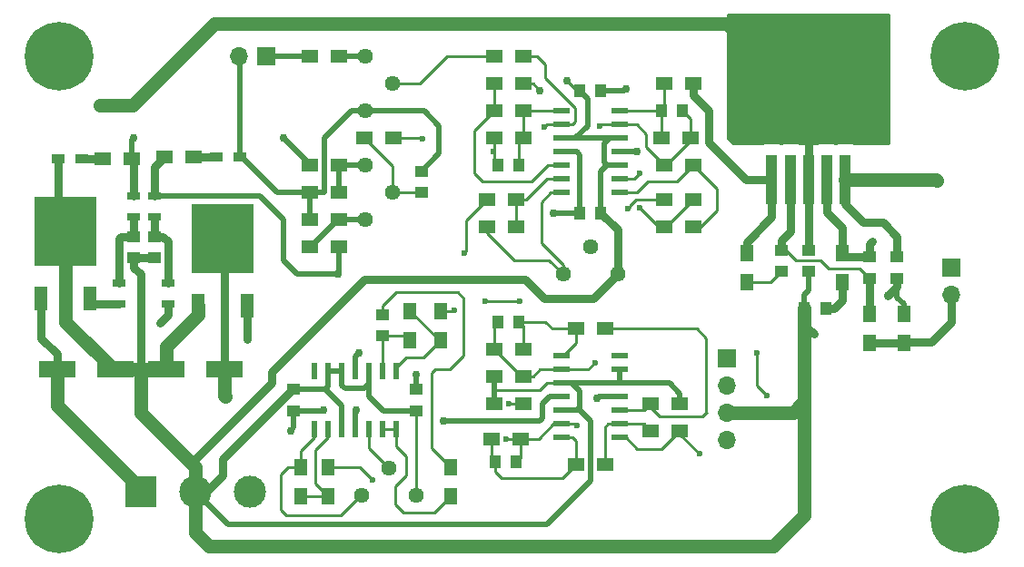
<source format=gbr>
G04 #@! TF.FileFunction,Copper,L1,Top,Signal*
%FSLAX46Y46*%
G04 Gerber Fmt 4.6, Leading zero omitted, Abs format (unit mm)*
G04 Created by KiCad (PCBNEW 4.0.6) date 07/14/17 14:36:20*
%MOMM*%
%LPD*%
G01*
G04 APERTURE LIST*
%ADD10C,0.100000*%
%ADD11R,1.100000X4.600000*%
%ADD12R,10.800000X9.400000*%
%ADD13R,5.250000X4.550000*%
%ADD14R,1.500000X1.300000*%
%ADD15C,6.400000*%
%ADD16R,1.250000X1.000000*%
%ADD17R,1.000000X1.250000*%
%ADD18R,1.200000X0.900000*%
%ADD19R,3.000000X3.000000*%
%ADD20C,3.000000*%
%ADD21R,1.700000X1.700000*%
%ADD22O,1.700000X1.700000*%
%ADD23R,1.300000X1.500000*%
%ADD24C,1.440000*%
%ADD25R,1.500000X0.600000*%
%ADD26R,0.600000X1.500000*%
%ADD27R,1.200000X2.200000*%
%ADD28R,5.800000X6.400000*%
%ADD29R,2.750000X3.050000*%
%ADD30R,1.300000X0.700000*%
%ADD31R,3.500000X1.600000*%
%ADD32C,0.762000*%
%ADD33C,0.600000*%
%ADD34C,1.270000*%
%ADD35C,0.762000*%
%ADD36C,0.254000*%
%ADD37C,0.508000*%
%ADD38C,0.250000*%
G04 APERTURE END LIST*
D10*
D11*
X99470000Y-36890000D03*
X101170000Y-36890000D03*
X102870000Y-36890000D03*
X104570000Y-36890000D03*
X106270000Y-36890000D03*
D12*
X102870000Y-27740000D03*
D13*
X105645000Y-25315000D03*
X100095000Y-30165000D03*
X100095000Y-25315000D03*
X105645000Y-30165000D03*
D14*
X92155000Y-27940000D03*
X89455000Y-27940000D03*
D15*
X117475000Y-25400000D03*
X117475000Y-68580000D03*
X33020000Y-68580000D03*
D16*
X66802000Y-38084000D03*
X66802000Y-36084000D03*
D17*
X75930000Y-50165000D03*
X73930000Y-50165000D03*
X73676000Y-63246000D03*
X75676000Y-63246000D03*
D16*
X40005000Y-42180000D03*
X40005000Y-44180000D03*
X41910000Y-44180000D03*
X41910000Y-42180000D03*
D17*
X75930000Y-35560000D03*
X73930000Y-35560000D03*
X81550000Y-40005000D03*
X83550000Y-40005000D03*
X81550000Y-28575000D03*
X83550000Y-28575000D03*
D16*
X54927500Y-58467500D03*
X54927500Y-56467500D03*
X66357500Y-58467500D03*
X66357500Y-56467500D03*
X63182500Y-51482500D03*
X63182500Y-49482500D03*
D17*
X89170000Y-30480000D03*
X91170000Y-30480000D03*
D16*
X100330000Y-45450000D03*
X100330000Y-43450000D03*
X108585000Y-44085000D03*
X108585000Y-46085000D03*
X111125000Y-46085000D03*
X111125000Y-44085000D03*
X102870000Y-45450000D03*
X102870000Y-43450000D03*
D17*
X104505000Y-48895000D03*
X102505000Y-48895000D03*
D18*
X32936000Y-34925000D03*
X35136000Y-34925000D03*
X47668000Y-34798000D03*
X49868000Y-34798000D03*
D19*
X40640000Y-66040000D03*
D20*
X45720000Y-66040000D03*
X50800000Y-66040000D03*
D21*
X52324000Y-25400000D03*
D22*
X49784000Y-25400000D03*
D21*
X95300800Y-53543200D03*
D22*
X95300800Y-56083200D03*
X95300800Y-58623200D03*
X95300800Y-61163200D03*
D21*
X116205000Y-45085000D03*
D22*
X116205000Y-47625000D03*
D14*
X59135000Y-35560000D03*
X56435000Y-35560000D03*
X56435000Y-43180000D03*
X59135000Y-43180000D03*
X59135000Y-38100000D03*
X56435000Y-38100000D03*
X56435000Y-40640000D03*
X59135000Y-40640000D03*
X59135000Y-25400000D03*
X56435000Y-25400000D03*
X76280000Y-55245000D03*
X73580000Y-55245000D03*
X73580000Y-57785000D03*
X76280000Y-57785000D03*
X76280000Y-25400000D03*
X73580000Y-25400000D03*
X64215000Y-33020000D03*
X61515000Y-33020000D03*
X76280000Y-52705000D03*
X73580000Y-52705000D03*
X73326000Y-61087000D03*
X76026000Y-61087000D03*
X76280000Y-33020000D03*
X73580000Y-33020000D03*
X83900000Y-50800000D03*
X81200000Y-50800000D03*
X88185000Y-57785000D03*
X90885000Y-57785000D03*
X83900000Y-63500000D03*
X81200000Y-63500000D03*
X73580000Y-30480000D03*
X76280000Y-30480000D03*
X73580000Y-27940000D03*
X76280000Y-27940000D03*
X90885000Y-60325000D03*
X88185000Y-60325000D03*
D23*
X58102500Y-66437500D03*
X58102500Y-63737500D03*
D14*
X75645000Y-38735000D03*
X72945000Y-38735000D03*
X72945000Y-41275000D03*
X75645000Y-41275000D03*
D23*
X55562500Y-63737500D03*
X55562500Y-66437500D03*
D14*
X92155000Y-38735000D03*
X89455000Y-38735000D03*
D23*
X69532500Y-63737500D03*
X69532500Y-66437500D03*
D14*
X92155000Y-41275000D03*
X89455000Y-41275000D03*
X89455000Y-35560000D03*
X92155000Y-35560000D03*
D23*
X65722500Y-49132500D03*
X65722500Y-51832500D03*
X68580000Y-49196000D03*
X68580000Y-51896000D03*
D14*
X89201000Y-33020000D03*
X91901000Y-33020000D03*
D23*
X97155000Y-43735000D03*
X97155000Y-46435000D03*
X106045000Y-43735000D03*
X106045000Y-46435000D03*
X111760000Y-49450000D03*
X111760000Y-52150000D03*
X108585000Y-52150000D03*
X108585000Y-49450000D03*
D14*
X37131000Y-34925000D03*
X39831000Y-34925000D03*
X45546000Y-34798000D03*
X42846000Y-34798000D03*
D24*
X61595000Y-25400000D03*
X64135000Y-27940000D03*
X61595000Y-30480000D03*
X61595000Y-35560000D03*
X64135000Y-38100000D03*
X61595000Y-40640000D03*
X61277500Y-66357500D03*
X63817500Y-63817500D03*
X66357500Y-66357500D03*
X80010000Y-45720000D03*
X82550000Y-43180000D03*
X85090000Y-45720000D03*
D25*
X79850000Y-30480000D03*
X79850000Y-31750000D03*
X79850000Y-33020000D03*
X79850000Y-34290000D03*
X79850000Y-35560000D03*
X79850000Y-36830000D03*
X79850000Y-38100000D03*
X85250000Y-38100000D03*
X85250000Y-36830000D03*
X85250000Y-35560000D03*
X85250000Y-34290000D03*
X85250000Y-33020000D03*
X85250000Y-31750000D03*
X85250000Y-30480000D03*
X79850000Y-53340000D03*
X79850000Y-54610000D03*
X79850000Y-55880000D03*
X79850000Y-57150000D03*
X79850000Y-58420000D03*
X79850000Y-59690000D03*
X79850000Y-60960000D03*
X85250000Y-60960000D03*
X85250000Y-59690000D03*
X85250000Y-58420000D03*
X85250000Y-57150000D03*
X85250000Y-55880000D03*
X85250000Y-54610000D03*
X85250000Y-53340000D03*
D26*
X56832500Y-60167500D03*
X58102500Y-60167500D03*
X59372500Y-60167500D03*
X60642500Y-60167500D03*
X61912500Y-60167500D03*
X63182500Y-60167500D03*
X64452500Y-60167500D03*
X64452500Y-54767500D03*
X63182500Y-54767500D03*
X61912500Y-54767500D03*
X60642500Y-54767500D03*
X59372500Y-54767500D03*
X58102500Y-54767500D03*
X56832500Y-54767500D03*
D27*
X31375000Y-48015000D03*
X35935000Y-48015000D03*
D28*
X33655000Y-41715000D03*
D29*
X35180000Y-40040000D03*
X32130000Y-43390000D03*
X32130000Y-40040000D03*
X35180000Y-43390000D03*
D27*
X45980000Y-48650000D03*
X50540000Y-48650000D03*
D28*
X48260000Y-42350000D03*
D29*
X49785000Y-40675000D03*
X46735000Y-44025000D03*
X46735000Y-40675000D03*
X49785000Y-44025000D03*
D30*
X38608000Y-48448000D03*
X38608000Y-46548000D03*
X43180000Y-48448000D03*
X43180000Y-46548000D03*
X40005000Y-40320000D03*
X40005000Y-38420000D03*
X41910000Y-40320000D03*
X41910000Y-38420000D03*
D31*
X32860000Y-54610000D03*
X38260000Y-54610000D03*
X43020000Y-54610000D03*
X48420000Y-54610000D03*
D15*
X33020000Y-25400000D03*
D32*
X114858800Y-36982400D03*
X80391000Y-27686000D03*
X77851000Y-28575000D03*
X110236000Y-47752000D03*
X103378000Y-51308000D03*
X106680000Y-25400000D03*
X105410000Y-25400000D03*
X104140000Y-25400000D03*
X102870000Y-25400000D03*
X101600000Y-25400000D03*
X100330000Y-25400000D03*
X99060000Y-25400000D03*
X106680000Y-26670000D03*
X105410000Y-26670000D03*
X104140000Y-26670000D03*
X102870000Y-26670000D03*
X101600000Y-26670000D03*
X100330000Y-26670000D03*
X99060000Y-26670000D03*
X106680000Y-27940000D03*
X105410000Y-27940000D03*
X104140000Y-27940000D03*
X102870000Y-27940000D03*
X101600000Y-27940000D03*
X100330000Y-27940000D03*
X99060000Y-27940000D03*
X106680000Y-31750000D03*
X106680000Y-30480000D03*
X106680000Y-29210000D03*
X105410000Y-31750000D03*
X105410000Y-30480000D03*
X105410000Y-29210000D03*
X104140000Y-31750000D03*
X104140000Y-30480000D03*
X104140000Y-29210000D03*
X102870000Y-31750000D03*
X102870000Y-30480000D03*
X102870000Y-29210000D03*
X101600000Y-31750000D03*
X101600000Y-30480000D03*
X101600000Y-29210000D03*
X100330000Y-31750000D03*
X100330000Y-30480000D03*
X100330000Y-29210000D03*
X99060000Y-31750000D03*
X99060000Y-30480000D03*
X99060000Y-29210000D03*
X36880800Y-29972000D03*
X48514000Y-57150000D03*
D33*
X83007200Y-53949600D03*
X81280000Y-59791600D03*
X74726800Y-61112400D03*
X74930000Y-57759600D03*
X66903600Y-33070800D03*
X73533000Y-34290000D03*
X78232000Y-32004000D03*
D32*
X79121000Y-40005000D03*
X68834000Y-59436000D03*
X54610000Y-60325000D03*
X53975000Y-33020000D03*
X40005000Y-33020000D03*
X57658000Y-58420000D03*
X60706000Y-58420000D03*
X83185000Y-57277000D03*
X59055000Y-45720000D03*
X85852000Y-28448000D03*
X86868000Y-34290000D03*
X66294000Y-55118000D03*
X60960000Y-53086000D03*
D33*
X69900800Y-49072800D03*
X83413600Y-31902400D03*
X108864400Y-42621200D03*
X70815200Y-43738800D03*
X72745600Y-48260000D03*
X75996800Y-48260000D03*
X98094800Y-53086000D03*
X99009200Y-56997600D03*
X92710000Y-62484000D03*
X62280800Y-64922400D03*
X87122000Y-39497000D03*
X87122000Y-36322000D03*
X86055200Y-39624000D03*
X50546000Y-51816000D03*
X42418000Y-50292000D03*
D34*
X114766400Y-36890000D02*
X106270000Y-36890000D01*
X114858800Y-36982400D02*
X114766400Y-36890000D01*
D35*
X106270000Y-36890000D02*
X106270000Y-39163200D01*
X106270000Y-39163200D02*
X108000800Y-40894000D01*
X108000800Y-40894000D02*
X109829600Y-40894000D01*
X109829600Y-40894000D02*
X111125000Y-42189400D01*
X111125000Y-42189400D02*
X111125000Y-44085000D01*
D34*
X40640000Y-66040000D02*
X40640000Y-65786000D01*
X40640000Y-65786000D02*
X32860000Y-58006000D01*
X32860000Y-58006000D02*
X32860000Y-54610000D01*
D35*
X32860000Y-54610000D02*
X32860000Y-53180000D01*
X31375000Y-51695000D02*
X31375000Y-48015000D01*
X32860000Y-53180000D02*
X31375000Y-51695000D01*
D36*
X40640000Y-66040000D02*
X40132000Y-66040000D01*
D37*
X61595000Y-30480000D02*
X67056000Y-30480000D01*
X68453000Y-34433000D02*
X66802000Y-36084000D01*
X68453000Y-31877000D02*
X68453000Y-34433000D01*
X67056000Y-30480000D02*
X68453000Y-31877000D01*
D36*
X66357500Y-66357500D02*
X66357500Y-58467500D01*
D34*
X95300800Y-58623200D02*
X101447600Y-58623200D01*
X101447600Y-58623200D02*
X102505000Y-57565800D01*
D35*
X32936000Y-34925000D02*
X32936000Y-40996000D01*
X32936000Y-40996000D02*
X33655000Y-41715000D01*
D36*
X76280000Y-27940000D02*
X77216000Y-27940000D01*
X80391000Y-27686000D02*
X81280000Y-28575000D01*
X77216000Y-27940000D02*
X77851000Y-28575000D01*
X81280000Y-28575000D02*
X81550000Y-28575000D01*
D37*
X79850000Y-33020000D02*
X81153000Y-33020000D01*
X82296000Y-29321000D02*
X81550000Y-28575000D01*
X82296000Y-31877000D02*
X82296000Y-29321000D01*
X81153000Y-33020000D02*
X82296000Y-31877000D01*
D36*
X73580000Y-56515000D02*
X77851000Y-56515000D01*
X78486000Y-55880000D02*
X79850000Y-55880000D01*
X77851000Y-56515000D02*
X78486000Y-55880000D01*
D37*
X49868000Y-34798000D02*
X49868000Y-25484000D01*
X49868000Y-25484000D02*
X49784000Y-25400000D01*
X56435000Y-38100000D02*
X57785000Y-38100000D01*
X60325000Y-30480000D02*
X61595000Y-30480000D01*
X57785000Y-33020000D02*
X60325000Y-30480000D01*
X57785000Y-38100000D02*
X57785000Y-33020000D01*
X49868000Y-34798000D02*
X50038000Y-34798000D01*
X50038000Y-34798000D02*
X53340000Y-38100000D01*
X53340000Y-38100000D02*
X56435000Y-38100000D01*
X56435000Y-38100000D02*
X56435000Y-40640000D01*
D34*
X45720000Y-66040000D02*
X45720000Y-69850000D01*
X102505000Y-68183000D02*
X102505000Y-57565800D01*
X102505000Y-57565800D02*
X102505000Y-48895000D01*
X99568000Y-71120000D02*
X102505000Y-68183000D01*
X46990000Y-71120000D02*
X99568000Y-71120000D01*
X45720000Y-69850000D02*
X46990000Y-71120000D01*
D35*
X111125000Y-46085000D02*
X111125000Y-46863000D01*
X111125000Y-46863000D02*
X110236000Y-47752000D01*
X103378000Y-51308000D02*
X102505000Y-50435000D01*
X102505000Y-50435000D02*
X102505000Y-48895000D01*
X45720000Y-66040000D02*
X45720000Y-62992000D01*
X82804000Y-48006000D02*
X85090000Y-45720000D01*
X78232000Y-48006000D02*
X82804000Y-48006000D01*
X76454000Y-46228000D02*
X78232000Y-48006000D01*
X61468000Y-46228000D02*
X76454000Y-46228000D01*
X52832000Y-54864000D02*
X61468000Y-46228000D01*
X52832000Y-55880000D02*
X52832000Y-54864000D01*
X45720000Y-62992000D02*
X52832000Y-55880000D01*
X85090000Y-45720000D02*
X85090000Y-41545000D01*
X85090000Y-41545000D02*
X83550000Y-40005000D01*
X54927500Y-56467500D02*
X54784500Y-56467500D01*
X54784500Y-56467500D02*
X48260000Y-62992000D01*
X48260000Y-64516000D02*
X46736000Y-66040000D01*
X48260000Y-62992000D02*
X48260000Y-64516000D01*
X46736000Y-66040000D02*
X45720000Y-66040000D01*
D37*
X79850000Y-58420000D02*
X81534000Y-58420000D01*
X48768000Y-69088000D02*
X45720000Y-66040000D01*
X78486000Y-69088000D02*
X48768000Y-69088000D01*
X82550000Y-65024000D02*
X78486000Y-69088000D01*
X82550000Y-59436000D02*
X82550000Y-65024000D01*
X81534000Y-58420000D02*
X82550000Y-59436000D01*
X66357500Y-58467500D02*
X63293500Y-58467500D01*
X61912500Y-57086500D02*
X61912500Y-54767500D01*
X63293500Y-58467500D02*
X61912500Y-57086500D01*
X111760000Y-49450000D02*
X111760000Y-48514000D01*
X111125000Y-47879000D02*
X111125000Y-46085000D01*
X111760000Y-48514000D02*
X111125000Y-47879000D01*
X102505000Y-48895000D02*
X102505000Y-47609000D01*
X102870000Y-47244000D02*
X102870000Y-45450000D01*
X102505000Y-47609000D02*
X102870000Y-47244000D01*
X83550000Y-40005000D02*
X83550000Y-36084000D01*
X83550000Y-36084000D02*
X84074000Y-35560000D01*
X85250000Y-35560000D02*
X84074000Y-35560000D01*
X84328000Y-33020000D02*
X85250000Y-33020000D01*
X83820000Y-33528000D02*
X84328000Y-33020000D01*
X83820000Y-35306000D02*
X83820000Y-33528000D01*
X84074000Y-35560000D02*
X83820000Y-35306000D01*
X79850000Y-33020000D02*
X85250000Y-33020000D01*
X90885000Y-57785000D02*
X90885000Y-56849000D01*
X89916000Y-55880000D02*
X85250000Y-55880000D01*
X90885000Y-56849000D02*
X89916000Y-55880000D01*
X79850000Y-58420000D02*
X81280000Y-58420000D01*
X81280000Y-58420000D02*
X81534000Y-58166000D01*
X81534000Y-58166000D02*
X81534000Y-56642000D01*
X81534000Y-56642000D02*
X80772000Y-55880000D01*
X80772000Y-55880000D02*
X79850000Y-55880000D01*
X79850000Y-55880000D02*
X85250000Y-55880000D01*
X85250000Y-54610000D02*
X85250000Y-55880000D01*
X73580000Y-55245000D02*
X73580000Y-56515000D01*
X73580000Y-56515000D02*
X73580000Y-57785000D01*
X59372500Y-60167500D02*
X59372500Y-58007500D01*
X59372500Y-58007500D02*
X57832500Y-56467500D01*
X59372500Y-54767500D02*
X59372500Y-56070500D01*
X61912500Y-55943500D02*
X61912500Y-54767500D01*
X61468000Y-56388000D02*
X61912500Y-55943500D01*
X59690000Y-56388000D02*
X61468000Y-56388000D01*
X59372500Y-56070500D02*
X59690000Y-56388000D01*
X54927500Y-56467500D02*
X57832500Y-56467500D01*
X58102500Y-56197500D02*
X58102500Y-54767500D01*
X57832500Y-56467500D02*
X58102500Y-56197500D01*
X58102500Y-54767500D02*
X59372500Y-54767500D01*
D35*
X40005000Y-44180000D02*
X40005000Y-45085000D01*
X40640000Y-45720000D02*
X40640000Y-54610000D01*
X40005000Y-45085000D02*
X40640000Y-45720000D01*
X41910000Y-44180000D02*
X40005000Y-44180000D01*
D36*
X41910000Y-44180000D02*
X42402000Y-44180000D01*
X45980000Y-47758000D02*
X45980000Y-48650000D01*
X32936000Y-40996000D02*
X33655000Y-41715000D01*
D34*
X33655000Y-41715000D02*
X33655000Y-50165000D01*
X33655000Y-50165000D02*
X38100000Y-54610000D01*
X38100000Y-54610000D02*
X38260000Y-54610000D01*
X45980000Y-48650000D02*
X45980000Y-49524000D01*
X45980000Y-49524000D02*
X43020000Y-52484000D01*
X43020000Y-52484000D02*
X43020000Y-54610000D01*
X45720000Y-66040000D02*
X45720000Y-63754000D01*
X45720000Y-63754000D02*
X40640000Y-58674000D01*
X40640000Y-58674000D02*
X40640000Y-54610000D01*
X38260000Y-54610000D02*
X40640000Y-54610000D01*
X40640000Y-54610000D02*
X43020000Y-54610000D01*
D35*
X106680000Y-25400000D02*
X104340000Y-27740000D01*
X104340000Y-27740000D02*
X102870000Y-27740000D01*
X105410000Y-25400000D02*
X103070000Y-27740000D01*
X103070000Y-27740000D02*
X102870000Y-27740000D01*
X104140000Y-25400000D02*
X102870000Y-26670000D01*
X102870000Y-26670000D02*
X102870000Y-27740000D01*
X102870000Y-25400000D02*
X102870000Y-27740000D01*
X101600000Y-25400000D02*
X102870000Y-26670000D01*
X102870000Y-26670000D02*
X102870000Y-27740000D01*
X100330000Y-25400000D02*
X102670000Y-27740000D01*
X102670000Y-27740000D02*
X102870000Y-27740000D01*
X99060000Y-25400000D02*
X101400000Y-27740000D01*
X101400000Y-27740000D02*
X102870000Y-27740000D01*
X106680000Y-26670000D02*
X105610000Y-27740000D01*
X105610000Y-27740000D02*
X102870000Y-27740000D01*
X105410000Y-26670000D02*
X104340000Y-27740000D01*
X104340000Y-27740000D02*
X102870000Y-27740000D01*
X104140000Y-26670000D02*
X103070000Y-27740000D01*
X103070000Y-27740000D02*
X102870000Y-27740000D01*
X102870000Y-26670000D02*
X102870000Y-27740000D01*
X101600000Y-26670000D02*
X102670000Y-27740000D01*
X102670000Y-27740000D02*
X102870000Y-27740000D01*
X100330000Y-26670000D02*
X101400000Y-27740000D01*
X101400000Y-27740000D02*
X102870000Y-27740000D01*
X99060000Y-26670000D02*
X100130000Y-27740000D01*
X100130000Y-27740000D02*
X102870000Y-27740000D01*
X106680000Y-27940000D02*
X106480000Y-27740000D01*
X106480000Y-27740000D02*
X102870000Y-27740000D01*
X105410000Y-27940000D02*
X105210000Y-27740000D01*
X105210000Y-27740000D02*
X102870000Y-27740000D01*
X104140000Y-27940000D02*
X103940000Y-27740000D01*
X103940000Y-27740000D02*
X102870000Y-27740000D01*
X102870000Y-27940000D02*
X102870000Y-27740000D01*
X101600000Y-27940000D02*
X101800000Y-27740000D01*
X101800000Y-27740000D02*
X102870000Y-27740000D01*
X100330000Y-27940000D02*
X100530000Y-27740000D01*
X100530000Y-27740000D02*
X102870000Y-27740000D01*
X99060000Y-27940000D02*
X99260000Y-27740000D01*
X99260000Y-27740000D02*
X102870000Y-27740000D01*
X97790000Y-27940000D02*
X97990000Y-27740000D01*
X97990000Y-27740000D02*
X102870000Y-27740000D01*
X106680000Y-31750000D02*
X102870000Y-27940000D01*
X106680000Y-30480000D02*
X103940000Y-27740000D01*
X103940000Y-27740000D02*
X102870000Y-27740000D01*
X106680000Y-29210000D02*
X105210000Y-27740000D01*
X105210000Y-27740000D02*
X102870000Y-27740000D01*
X106480000Y-27740000D02*
X102870000Y-27740000D01*
X105610000Y-27740000D02*
X102870000Y-27740000D01*
X104340000Y-27740000D02*
X102870000Y-27740000D01*
X106680000Y-24130000D02*
X103070000Y-27740000D01*
X103070000Y-27740000D02*
X102870000Y-27740000D01*
X105410000Y-31750000D02*
X102870000Y-29210000D01*
X102870000Y-29210000D02*
X102870000Y-27740000D01*
X105410000Y-30480000D02*
X102870000Y-27940000D01*
X102870000Y-27940000D02*
X102870000Y-27740000D01*
X105410000Y-29210000D02*
X103940000Y-27740000D01*
X103940000Y-27740000D02*
X102870000Y-27740000D01*
X105210000Y-27740000D02*
X102870000Y-27740000D01*
X104340000Y-27740000D02*
X102870000Y-27740000D01*
X103070000Y-27740000D02*
X102870000Y-27740000D01*
X105410000Y-24130000D02*
X102870000Y-26670000D01*
X104140000Y-31750000D02*
X102870000Y-30480000D01*
X102870000Y-30480000D02*
X102870000Y-27740000D01*
X104140000Y-30480000D02*
X102870000Y-29210000D01*
X102870000Y-29210000D02*
X102870000Y-27740000D01*
X104140000Y-29210000D02*
X102870000Y-27940000D01*
X102870000Y-27940000D02*
X102870000Y-27740000D01*
X103940000Y-27740000D02*
X102870000Y-27740000D01*
X103070000Y-27740000D02*
X102870000Y-27740000D01*
X102870000Y-26670000D02*
X102870000Y-27740000D01*
X104140000Y-24130000D02*
X102870000Y-25400000D01*
X102870000Y-31750000D02*
X102870000Y-27740000D01*
X102870000Y-30480000D02*
X102870000Y-27740000D01*
X102870000Y-29210000D02*
X102870000Y-27740000D01*
X102870000Y-27940000D02*
X102870000Y-27740000D01*
X102870000Y-26670000D02*
X102870000Y-27740000D01*
X102870000Y-25400000D02*
X102870000Y-27740000D01*
X102870000Y-24130000D02*
X102870000Y-27740000D01*
X101600000Y-31750000D02*
X102870000Y-30480000D01*
X101600000Y-30480000D02*
X102870000Y-29210000D01*
X101600000Y-29210000D02*
X102870000Y-27940000D01*
X101800000Y-27740000D02*
X102870000Y-27740000D01*
X102670000Y-27740000D02*
X102870000Y-27740000D01*
X101600000Y-24130000D02*
X102870000Y-25400000D01*
X100330000Y-31750000D02*
X102870000Y-29210000D01*
X102870000Y-29210000D02*
X102870000Y-27740000D01*
X100330000Y-30480000D02*
X102870000Y-27940000D01*
X102870000Y-27940000D02*
X102870000Y-27740000D01*
X100330000Y-29210000D02*
X101800000Y-27740000D01*
X101800000Y-27740000D02*
X102870000Y-27740000D01*
X100530000Y-27740000D02*
X102870000Y-27740000D01*
X101400000Y-27740000D02*
X102870000Y-27740000D01*
X102670000Y-27740000D02*
X102870000Y-27740000D01*
X100330000Y-24130000D02*
X102870000Y-26670000D01*
X102870000Y-26670000D02*
X102870000Y-27740000D01*
X99060000Y-31750000D02*
X102870000Y-27940000D01*
X102870000Y-27940000D02*
X102870000Y-27740000D01*
X99060000Y-30480000D02*
X101800000Y-27740000D01*
X101800000Y-27740000D02*
X102870000Y-27740000D01*
X99060000Y-29210000D02*
X100530000Y-27740000D01*
X100530000Y-27740000D02*
X102870000Y-27740000D01*
X99260000Y-27740000D02*
X102870000Y-27740000D01*
X100130000Y-27740000D02*
X102870000Y-27740000D01*
X101400000Y-27740000D02*
X102870000Y-27740000D01*
X99060000Y-24130000D02*
X102670000Y-27740000D01*
X102670000Y-27740000D02*
X102870000Y-27740000D01*
X97790000Y-31750000D02*
X101800000Y-27740000D01*
X101800000Y-27740000D02*
X102870000Y-27740000D01*
X97790000Y-30480000D02*
X100530000Y-27740000D01*
X100530000Y-27740000D02*
X102870000Y-27740000D01*
X97790000Y-29210000D02*
X99260000Y-27740000D01*
X99260000Y-27740000D02*
X102870000Y-27740000D01*
X97990000Y-27740000D02*
X102870000Y-27740000D01*
X98860000Y-27740000D02*
X102870000Y-27740000D01*
X100130000Y-27740000D02*
X102870000Y-27740000D01*
X97790000Y-24130000D02*
X101400000Y-27740000D01*
X101400000Y-27740000D02*
X102870000Y-27740000D01*
D34*
X102870000Y-27740000D02*
X100739600Y-27740000D01*
X100739600Y-27740000D02*
X96824800Y-23825200D01*
X96824800Y-23825200D02*
X96189800Y-23190200D01*
X96189800Y-23190200D02*
X95300800Y-22301200D01*
X39878000Y-29972000D02*
X36880800Y-29972000D01*
X47548800Y-22301200D02*
X39878000Y-29972000D01*
X95300800Y-22301200D02*
X47548800Y-22301200D01*
D35*
X102870000Y-36890000D02*
X102870000Y-33020000D01*
X102870000Y-33020000D02*
X102870000Y-27740000D01*
X102870000Y-43450000D02*
X102870000Y-36890000D01*
D34*
X48420000Y-57056000D02*
X48420000Y-54610000D01*
X48514000Y-57150000D02*
X48420000Y-57056000D01*
D35*
X48420000Y-54610000D02*
X48420000Y-42510000D01*
X48420000Y-42510000D02*
X48260000Y-42350000D01*
D36*
X64135000Y-38100000D02*
X66786000Y-38100000D01*
X66786000Y-38100000D02*
X66802000Y-38084000D01*
X64135000Y-38100000D02*
X64135000Y-35640000D01*
X64135000Y-35640000D02*
X61515000Y-33020000D01*
D37*
X64405000Y-38370000D02*
X64215000Y-38180000D01*
D36*
X79850000Y-53340000D02*
X80010000Y-53340000D01*
X80010000Y-53340000D02*
X81200000Y-52150000D01*
X81200000Y-52150000D02*
X81200000Y-50800000D01*
X81200000Y-50800000D02*
X78994000Y-50800000D01*
X78359000Y-50165000D02*
X75930000Y-50165000D01*
X78994000Y-50800000D02*
X78359000Y-50165000D01*
X76280000Y-52705000D02*
X76280000Y-50515000D01*
X76280000Y-50515000D02*
X75930000Y-50165000D01*
X79850000Y-54610000D02*
X82346800Y-54610000D01*
X82346800Y-54610000D02*
X83007200Y-53949600D01*
X76280000Y-55245000D02*
X76120000Y-55245000D01*
X76120000Y-55245000D02*
X73580000Y-52705000D01*
X76280000Y-55245000D02*
X77216000Y-55245000D01*
X77851000Y-54610000D02*
X79850000Y-54610000D01*
X77216000Y-55245000D02*
X77851000Y-54610000D01*
X73580000Y-52705000D02*
X73580000Y-50515000D01*
X73580000Y-50515000D02*
X73930000Y-50165000D01*
X73676000Y-63246000D02*
X73676000Y-64151000D01*
X79930000Y-64770000D02*
X81200000Y-63500000D01*
X74295000Y-64770000D02*
X79930000Y-64770000D01*
X73676000Y-64151000D02*
X74295000Y-64770000D01*
X73326000Y-61087000D02*
X73326000Y-62896000D01*
X73326000Y-62896000D02*
X73676000Y-63246000D01*
X81200000Y-63500000D02*
X81200000Y-61261000D01*
X81200000Y-61261000D02*
X80899000Y-60960000D01*
X80899000Y-60960000D02*
X79850000Y-60960000D01*
X79850000Y-59690000D02*
X81178400Y-59690000D01*
X81178400Y-59690000D02*
X81280000Y-59791600D01*
X76280000Y-57785000D02*
X74955400Y-57785000D01*
X74752200Y-61087000D02*
X76026000Y-61087000D01*
X74726800Y-61112400D02*
X74752200Y-61087000D01*
X74955400Y-57785000D02*
X74930000Y-57759600D01*
X76026000Y-61087000D02*
X76026000Y-62896000D01*
X76026000Y-62896000D02*
X75676000Y-63246000D01*
X79850000Y-59690000D02*
X79121000Y-59690000D01*
X79121000Y-59690000D02*
X77724000Y-61087000D01*
X77724000Y-61087000D02*
X76026000Y-61087000D01*
D35*
X38608000Y-46548000D02*
X38608000Y-42418000D01*
X38846000Y-42180000D02*
X40005000Y-42180000D01*
X38608000Y-42418000D02*
X38846000Y-42180000D01*
X40005000Y-40320000D02*
X40005000Y-42180000D01*
X43180000Y-46548000D02*
X43180000Y-42672000D01*
X42688000Y-42180000D02*
X41910000Y-42180000D01*
X43180000Y-42672000D02*
X42688000Y-42180000D01*
X41910000Y-40320000D02*
X41910000Y-42180000D01*
D36*
X75930000Y-35560000D02*
X75930000Y-33370000D01*
X75930000Y-33370000D02*
X76280000Y-33020000D01*
X76280000Y-33020000D02*
X76280000Y-30480000D01*
X76280000Y-30480000D02*
X79850000Y-30480000D01*
X66852800Y-33020000D02*
X64215000Y-33020000D01*
X66903600Y-33070800D02*
X66852800Y-33020000D01*
X79850000Y-31750000D02*
X80899000Y-31750000D01*
X77597000Y-25400000D02*
X76280000Y-25400000D01*
X78359000Y-26162000D02*
X77597000Y-25400000D01*
X78359000Y-27432000D02*
X78359000Y-26162000D01*
X81153000Y-30226000D02*
X78359000Y-27432000D01*
X81153000Y-31496000D02*
X81153000Y-30226000D01*
X80899000Y-31750000D02*
X81153000Y-31496000D01*
X79850000Y-31750000D02*
X78486000Y-31750000D01*
X78486000Y-31750000D02*
X78232000Y-32004000D01*
X73533000Y-34290000D02*
X73580000Y-34290000D01*
X73580000Y-34290000D02*
X73533000Y-34290000D01*
X73533000Y-34290000D02*
X73580000Y-34290000D01*
X73580000Y-33020000D02*
X73580000Y-34290000D01*
X73580000Y-34290000D02*
X73580000Y-35210000D01*
X73580000Y-35210000D02*
X73930000Y-35560000D01*
X73580000Y-33608000D02*
X73580000Y-33020000D01*
X73580000Y-33608000D02*
X73580000Y-33020000D01*
X73930000Y-33370000D02*
X73580000Y-33020000D01*
D37*
X81550000Y-40005000D02*
X79121000Y-40005000D01*
X79850000Y-57150000D02*
X78740000Y-57150000D01*
X77851000Y-59436000D02*
X68834000Y-59436000D01*
X78105000Y-59182000D02*
X77851000Y-59436000D01*
X78105000Y-57785000D02*
X78105000Y-59182000D01*
X78740000Y-57150000D02*
X78105000Y-57785000D01*
X54927500Y-58467500D02*
X54927500Y-60007500D01*
X54927500Y-60007500D02*
X54610000Y-60325000D01*
X56435000Y-35560000D02*
X56435000Y-35480000D01*
X56435000Y-35480000D02*
X53975000Y-33020000D01*
X40005000Y-33020000D02*
X39831000Y-33194000D01*
X39831000Y-33194000D02*
X39831000Y-34925000D01*
X81550000Y-40005000D02*
X81550000Y-34560000D01*
X81280000Y-34290000D02*
X79850000Y-34290000D01*
X81550000Y-34560000D02*
X81280000Y-34290000D01*
X60642500Y-60167500D02*
X60642500Y-58483500D01*
X57610500Y-58467500D02*
X54927500Y-58467500D01*
X57658000Y-58420000D02*
X57610500Y-58467500D01*
X60642500Y-58483500D02*
X60706000Y-58420000D01*
D35*
X40005000Y-38420000D02*
X40005000Y-35099000D01*
X40005000Y-35099000D02*
X39831000Y-34925000D01*
D37*
X85250000Y-57150000D02*
X83312000Y-57150000D01*
X83312000Y-57150000D02*
X83185000Y-57277000D01*
X59055000Y-45720000D02*
X55245000Y-45720000D01*
X51755000Y-38420000D02*
X41910000Y-38420000D01*
X53975000Y-40640000D02*
X51755000Y-38420000D01*
X53975000Y-44450000D02*
X53975000Y-40640000D01*
X55245000Y-45720000D02*
X53975000Y-44450000D01*
X59135000Y-45640000D02*
X59135000Y-43180000D01*
X59055000Y-45720000D02*
X59135000Y-45640000D01*
X85250000Y-34290000D02*
X86868000Y-34290000D01*
X85725000Y-28575000D02*
X83550000Y-28575000D01*
X85852000Y-28448000D02*
X85725000Y-28575000D01*
X60642500Y-54767500D02*
X60642500Y-53403500D01*
X66357500Y-55181500D02*
X66357500Y-56467500D01*
X66294000Y-55118000D02*
X66357500Y-55181500D01*
X60642500Y-53403500D02*
X60960000Y-53086000D01*
D35*
X41910000Y-38420000D02*
X41910000Y-35734000D01*
X41910000Y-35734000D02*
X42846000Y-34798000D01*
D36*
X63182500Y-51482500D02*
X65372500Y-51482500D01*
X65372500Y-51482500D02*
X65722500Y-51832500D01*
X65372500Y-51482500D02*
X65722500Y-51832500D01*
X63182500Y-51482500D02*
X63182500Y-54767500D01*
X63182500Y-49482500D02*
X63182500Y-48679100D01*
X67767200Y-61972200D02*
X69532500Y-63737500D01*
X67767200Y-54914800D02*
X67767200Y-61972200D01*
X68072000Y-54610000D02*
X67767200Y-54914800D01*
X69494400Y-54610000D02*
X68072000Y-54610000D01*
X70764400Y-53340000D02*
X69494400Y-54610000D01*
X70764400Y-47955200D02*
X70764400Y-53340000D01*
X70205600Y-47396400D02*
X70764400Y-47955200D01*
X64465200Y-47396400D02*
X70205600Y-47396400D01*
X63182500Y-48679100D02*
X64465200Y-47396400D01*
X89201000Y-33020000D02*
X89201000Y-30511000D01*
X89201000Y-30511000D02*
X89170000Y-30480000D01*
X89455000Y-30765000D02*
X89170000Y-30480000D01*
X89455000Y-27940000D02*
X89455000Y-30195000D01*
X89455000Y-30195000D02*
X89170000Y-30480000D01*
X85250000Y-30480000D02*
X89170000Y-30480000D01*
X91901000Y-33020000D02*
X91901000Y-31211000D01*
X91901000Y-31211000D02*
X91170000Y-30480000D01*
X85250000Y-31750000D02*
X83566000Y-31750000D01*
X69777600Y-49196000D02*
X68580000Y-49196000D01*
X69900800Y-49072800D02*
X69777600Y-49196000D01*
X83566000Y-31750000D02*
X83413600Y-31902400D01*
X85250000Y-31750000D02*
X86868000Y-31750000D01*
X87757000Y-33862000D02*
X89455000Y-35560000D01*
X87757000Y-32639000D02*
X87757000Y-33862000D01*
X86868000Y-31750000D02*
X87757000Y-32639000D01*
X89455000Y-35560000D02*
X89615000Y-35560000D01*
X89615000Y-35560000D02*
X92155000Y-33020000D01*
X97155000Y-46435000D02*
X99345000Y-46435000D01*
X99345000Y-46435000D02*
X100330000Y-45450000D01*
X107188000Y-45161200D02*
X107661200Y-45161200D01*
X101752400Y-44450000D02*
X104038400Y-44450000D01*
X104038400Y-44450000D02*
X104749600Y-45161200D01*
X104749600Y-45161200D02*
X107188000Y-45161200D01*
X100752400Y-43450000D02*
X101752400Y-44450000D01*
X107661200Y-45161200D02*
X108585000Y-46085000D01*
X100330000Y-43450000D02*
X100752400Y-43450000D01*
D35*
X108585000Y-49450000D02*
X108585000Y-46085000D01*
X100330000Y-43450000D02*
X100330000Y-42570400D01*
X101170000Y-41730400D02*
X101170000Y-36890000D01*
X100330000Y-42570400D02*
X101170000Y-41730400D01*
X108585000Y-44085000D02*
X108585000Y-42900600D01*
X108585000Y-42900600D02*
X108864400Y-42621200D01*
X108585000Y-44085000D02*
X106395000Y-44085000D01*
X106395000Y-44085000D02*
X106045000Y-43735000D01*
X106045000Y-43735000D02*
X106045000Y-41376600D01*
X104570000Y-39901600D02*
X104570000Y-36890000D01*
X106045000Y-41376600D02*
X104570000Y-39901600D01*
X104505000Y-48895000D02*
X105283000Y-48895000D01*
X106045000Y-48133000D02*
X106045000Y-46435000D01*
X105283000Y-48895000D02*
X106045000Y-48133000D01*
X35136000Y-34925000D02*
X37131000Y-34925000D01*
X45546000Y-34798000D02*
X47668000Y-34798000D01*
D37*
X52324000Y-25400000D02*
X56435000Y-25400000D01*
D35*
X108585000Y-52150000D02*
X111760000Y-52150000D01*
X111760000Y-52150000D02*
X111840000Y-52070000D01*
X111840000Y-52070000D02*
X114300000Y-52070000D01*
X114300000Y-52070000D02*
X116205000Y-50165000D01*
X116205000Y-50165000D02*
X116205000Y-47625000D01*
D37*
X61595000Y-35560000D02*
X59135000Y-35560000D01*
X59135000Y-35560000D02*
X59135000Y-38100000D01*
X56435000Y-43180000D02*
X56515000Y-43180000D01*
X56515000Y-43180000D02*
X59055000Y-40640000D01*
X59055000Y-40640000D02*
X59135000Y-40640000D01*
X59135000Y-40640000D02*
X61595000Y-40640000D01*
X59135000Y-25400000D02*
X61595000Y-25400000D01*
D36*
X64135000Y-27940000D02*
X66675000Y-27940000D01*
X69215000Y-25400000D02*
X73580000Y-25400000D01*
X66675000Y-27940000D02*
X69215000Y-25400000D01*
X93370400Y-52070000D02*
X93370400Y-51714400D01*
X89052400Y-58978800D02*
X93014800Y-58978800D01*
X93014800Y-58978800D02*
X93370400Y-58623200D01*
X93370400Y-58623200D02*
X93421200Y-58623200D01*
X93421200Y-58623200D02*
X93370400Y-58572400D01*
X93370400Y-58572400D02*
X93370400Y-52070000D01*
X88185000Y-58111400D02*
X89052400Y-58978800D01*
X92456000Y-50800000D02*
X83900000Y-50800000D01*
X93370400Y-51714400D02*
X92456000Y-50800000D01*
X88185000Y-57785000D02*
X88185000Y-58111400D01*
X85250000Y-58420000D02*
X87550000Y-58420000D01*
X87550000Y-58420000D02*
X88185000Y-57785000D01*
X85250000Y-59690000D02*
X84201000Y-59690000D01*
X83900000Y-59991000D02*
X83900000Y-63500000D01*
X84201000Y-59690000D02*
X83900000Y-59991000D01*
X85250000Y-59690000D02*
X87550000Y-59690000D01*
X87550000Y-59690000D02*
X88185000Y-60325000D01*
X79850000Y-35560000D02*
X78613000Y-35560000D01*
X71755000Y-32305000D02*
X73580000Y-30480000D01*
X71755000Y-36322000D02*
X71755000Y-32305000D01*
X72517000Y-37084000D02*
X71755000Y-36322000D01*
X77089000Y-37084000D02*
X72517000Y-37084000D01*
X78613000Y-35560000D02*
X77089000Y-37084000D01*
X73580000Y-27940000D02*
X73580000Y-30480000D01*
X71018400Y-40661600D02*
X72945000Y-38735000D01*
X71018400Y-43535600D02*
X71018400Y-40661600D01*
X70815200Y-43738800D02*
X71018400Y-43535600D01*
X75996800Y-48260000D02*
X72745600Y-48260000D01*
X98094800Y-56083200D02*
X98094800Y-53086000D01*
X99009200Y-56997600D02*
X98094800Y-56083200D01*
X85250000Y-60960000D02*
X85852000Y-60960000D01*
X85852000Y-60960000D02*
X86918800Y-62026800D01*
X86918800Y-62026800D02*
X89183200Y-62026800D01*
X89183200Y-62026800D02*
X90885000Y-60325000D01*
X58102500Y-63737500D02*
X61095900Y-63737500D01*
X92710000Y-62484000D02*
X90885000Y-60659000D01*
X61095900Y-63737500D02*
X62280800Y-64922400D01*
X90885000Y-60659000D02*
X90885000Y-60325000D01*
X58102500Y-60167500D02*
X58102500Y-60896500D01*
X58102500Y-60896500D02*
X56896000Y-62103000D01*
X56896000Y-62103000D02*
X56896000Y-65231000D01*
X56896000Y-65231000D02*
X58102500Y-66437500D01*
X55562500Y-66437500D02*
X58102500Y-66437500D01*
X75645000Y-38735000D02*
X76581000Y-38735000D01*
X78486000Y-36830000D02*
X79850000Y-36830000D01*
X76581000Y-38735000D02*
X78486000Y-36830000D01*
X75645000Y-41275000D02*
X75645000Y-38735000D01*
X72945000Y-41275000D02*
X72945000Y-41906200D01*
X72945000Y-41906200D02*
X75438000Y-44399200D01*
X75438000Y-44399200D02*
X78689200Y-44399200D01*
X78689200Y-44399200D02*
X80010000Y-45720000D01*
X80010000Y-45720000D02*
X80010000Y-44805600D01*
X78841600Y-38100000D02*
X79850000Y-38100000D01*
X77978000Y-38963600D02*
X78841600Y-38100000D01*
X77978000Y-42773600D02*
X77978000Y-38963600D01*
X80010000Y-44805600D02*
X77978000Y-42773600D01*
X61277500Y-66357500D02*
X61150500Y-66357500D01*
X61150500Y-66357500D02*
X59309000Y-68199000D01*
X59309000Y-68199000D02*
X54229000Y-68199000D01*
X54229000Y-68199000D02*
X53721000Y-67691000D01*
X53721000Y-67691000D02*
X53721000Y-64389000D01*
X53721000Y-64389000D02*
X54372500Y-63737500D01*
X54372500Y-63737500D02*
X55562500Y-63737500D01*
X56832500Y-60167500D02*
X56832500Y-60896500D01*
X56832500Y-60896500D02*
X55562500Y-62166500D01*
X55562500Y-62166500D02*
X55562500Y-63737500D01*
D38*
X55562500Y-63737500D02*
X55562500Y-63309500D01*
D36*
X89455000Y-41275000D02*
X89615000Y-41275000D01*
X89615000Y-41275000D02*
X92155000Y-38735000D01*
X85250000Y-36830000D02*
X86614000Y-36830000D01*
X87122000Y-39497000D02*
X88900000Y-41275000D01*
X86614000Y-36830000D02*
X87122000Y-36322000D01*
X88900000Y-41275000D02*
X89455000Y-41275000D01*
X89455000Y-38735000D02*
X86791800Y-38735000D01*
X86207600Y-39471600D02*
X86055200Y-39624000D01*
X86207600Y-39319200D02*
X86207600Y-39471600D01*
X86791800Y-38735000D02*
X86207600Y-39319200D01*
X64452500Y-60167500D02*
X64452500Y-61810900D01*
X67999600Y-67970400D02*
X69532500Y-66437500D01*
X65125600Y-67970400D02*
X67999600Y-67970400D01*
X64363600Y-67208400D02*
X65125600Y-67970400D01*
X64363600Y-65532000D02*
X64363600Y-67208400D01*
X65379600Y-64516000D02*
X64363600Y-65532000D01*
X65379600Y-62738000D02*
X65379600Y-64516000D01*
X64452500Y-61810900D02*
X65379600Y-62738000D01*
X63182500Y-60167500D02*
X64452500Y-60167500D01*
X90631000Y-37084000D02*
X92155000Y-35560000D01*
X87884000Y-37084000D02*
X90631000Y-37084000D01*
X85250000Y-38100000D02*
X86868000Y-38100000D01*
X86868000Y-38100000D02*
X87884000Y-37084000D01*
X92155000Y-41275000D02*
X92837000Y-41275000D01*
X92837000Y-41275000D02*
X94361000Y-39751000D01*
X94361000Y-39751000D02*
X94361000Y-37766000D01*
X94361000Y-37766000D02*
X92155000Y-35560000D01*
X64452500Y-54767500D02*
X64452500Y-54419500D01*
X64452500Y-54419500D02*
X65405000Y-53467000D01*
X65405000Y-53467000D02*
X67009000Y-53467000D01*
X67009000Y-53467000D02*
X68580000Y-51896000D01*
X68580000Y-51896000D02*
X68486000Y-51896000D01*
X68486000Y-51896000D02*
X65722500Y-49132500D01*
D35*
X99470000Y-36890000D02*
X97088000Y-36890000D01*
X92155000Y-29036000D02*
X92155000Y-27940000D01*
X93599000Y-30480000D02*
X92155000Y-29036000D01*
X93599000Y-33401000D02*
X93599000Y-30480000D01*
X97088000Y-36890000D02*
X93599000Y-33401000D01*
X97155000Y-43735000D02*
X97155000Y-42697400D01*
X99470000Y-40382400D02*
X99470000Y-36890000D01*
X97155000Y-42697400D02*
X99470000Y-40382400D01*
D36*
X61912500Y-60167500D02*
X61912500Y-61912500D01*
X61912500Y-61912500D02*
X63817500Y-63817500D01*
D35*
X38608000Y-48448000D02*
X36368000Y-48448000D01*
X36368000Y-48448000D02*
X35935000Y-48015000D01*
X43180000Y-48448000D02*
X43180000Y-49530000D01*
X50540000Y-51810000D02*
X50540000Y-48650000D01*
X50546000Y-51816000D02*
X50540000Y-51810000D01*
X43180000Y-49530000D02*
X42418000Y-50292000D01*
D38*
G36*
X110365000Y-33530000D02*
X107249814Y-33530000D01*
X106820000Y-33442960D01*
X105720000Y-33442960D01*
X105408985Y-33501481D01*
X105120000Y-33442960D01*
X104020000Y-33442960D01*
X103603100Y-33521405D01*
X103589743Y-33530000D01*
X102149814Y-33530000D01*
X101720000Y-33442960D01*
X100620000Y-33442960D01*
X100308985Y-33501481D01*
X100020000Y-33442960D01*
X98920000Y-33442960D01*
X98503100Y-33521405D01*
X98489743Y-33530000D01*
X95857806Y-33530000D01*
X95375000Y-33047194D01*
X95375000Y-21520000D01*
X110365000Y-21520000D01*
X110365000Y-33530000D01*
X110365000Y-33530000D01*
G37*
X110365000Y-33530000D02*
X107249814Y-33530000D01*
X106820000Y-33442960D01*
X105720000Y-33442960D01*
X105408985Y-33501481D01*
X105120000Y-33442960D01*
X104020000Y-33442960D01*
X103603100Y-33521405D01*
X103589743Y-33530000D01*
X102149814Y-33530000D01*
X101720000Y-33442960D01*
X100620000Y-33442960D01*
X100308985Y-33501481D01*
X100020000Y-33442960D01*
X98920000Y-33442960D01*
X98503100Y-33521405D01*
X98489743Y-33530000D01*
X95857806Y-33530000D01*
X95375000Y-33047194D01*
X95375000Y-21520000D01*
X110365000Y-21520000D01*
X110365000Y-33530000D01*
M02*

</source>
